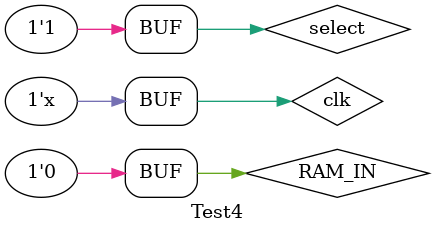
<source format=v>
`timescale 1ns / 1ps

module Test4;

	// Inputs
	reg RAM_IN;
	reg select;
	reg clk;

	// Outputs
	wire RAM_OUT;

	// Instantiate the Unit Under Test (UUT)
	PROCE_COMP uut (
		.RAM_IN(RAM_IN), 
		.RAM_OUT(RAM_OUT), 
		.select(select), 
		.clk(clk)
	);
always #5 clk=~clk;
	initial begin
		// Initialize Inputs
		RAM_IN = 0;
		select = 1;
		clk = 0;

		// Wait 100 ns for global reset to finish
		#100;
        
		// Add stimulus here

	end
      
endmodule


</source>
